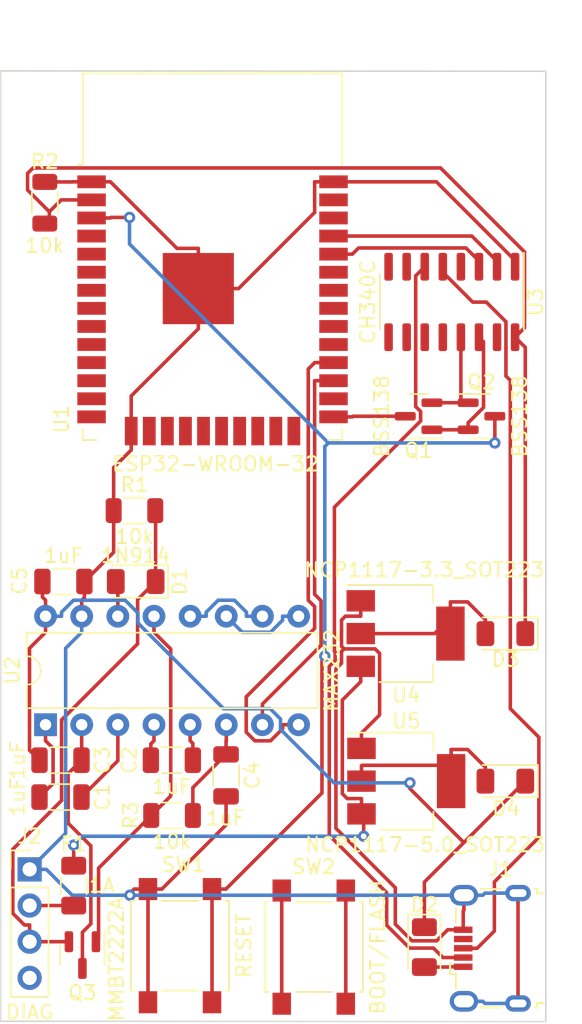
<source format=kicad_pcb>
(kicad_pcb (version 20211014) (generator pcbnew)
  (layers (0 "F.Cu" signal) (31 "B.Cu" signal) (34 "B.Paste" user) (35 "F.Paste" user) (36 "B.SilkS" user "B.Silkscreen") (37 "F.SilkS" user "F.Silkscreen") (38 "B.Mask" user) (39 "F.Mask" user) (44 "Edge.Cuts" user))
  (net 0 "")
  (net 29 "Net-(U1-Pad34)")
  (net 30 "Net-(C1-Pad1)")
  (net 31 "Net-(C1-Pad2)")
  (net 32 "Net-(C2-Pad1)")
  (net 33 "Net-(C2-Pad2)")
  (net 34 "Net-(C3-Pad2)")
  (net 35 "Net-(D2-Pad2)")
  (net 36 "Net-(D3-Pad2)")
  (net 37 "Net-(D4-Pad2)")
  (net 38 "GND")
  (net 39 "+3V3")
  (net 40 "Net-(U1-Pad27)")
  (net 41 "Net-(U1-Pad28)")
  (net 42 "Net-(J1-Pad2)")
  (net 43 "/Data")
  (net 44 "Net-(U2-Pad14)")
  (net 45 "+5V")
  (net 47 "Net-(J1-Pad3)")
  (net 48 "Net-(Q1-Pad1)")
  (net 56 "+12V")
  (net 59 "Net-(Q1-Pad2)")
  (net 60 "Net-(Q1-Pad3)")
  (net 61 "Net-(Q2-Pad3)")
  (net 62 "Net-(U2-Pad13)")
  (net 63 "Net-(U1-Pad35)")
  (net 64 "Net-(C4-Pad1)")
  (net 65 "Net-(U2-Pad11)")
  (net 66 "Net-(U2-Pad12)")
  (net 67 "unconnected-(SW2-Pad1)")
  (net 68 "Net-(F1-Pad2)")
  (net 69 "unconnected-(SW2-Pad2)")
  (footprint "Capacitor_SMD:C_1206_3216Metric" (layer "F.Cu") (at 145.8316 98.8342)
    (fp_text reference "C5" (at -3.0988 -0.0508 90) (layer "F.SilkS"))
    (fp_text value "1uF" (at 0 -1.8288) (layer "F.SilkS"))
    (pad "1" smd roundrect (at -1.475 0) (size 1.15 1.8) (layers "F.Cu" "F.Paste" "F.Mask") (roundrect_rratio 0.217391) (net 45 "+5V"))
    (pad "2" smd roundrect (at 1.475 0) (size 1.15 1.8) (layers "F.Cu" "F.Paste" "F.Mask") (roundrect_rratio 0.217391) (net 38 "GND"))
  )
  (footprint "Capacitor_SMD:C_1206_3216Metric" (layer "F.Cu") (at 157.2616 112.4486 -90)
    (fp_text reference "C4" (at 0 -1.85 90) (layer "F.SilkS"))
    (fp_text value "1uF" (at 2.9972 0.0508) (layer "F.SilkS"))
    (pad "1" smd roundrect (at -1.475 0 270) (size 1.15 1.8) (layers "F.Cu" "F.Paste" "F.Mask") (roundrect_rratio 0.217391) (net 64 "Net-(C4-Pad1)"))
    (pad "2" smd roundrect (at 1.475 0 270) (size 1.15 1.8) (layers "F.Cu" "F.Paste" "F.Mask") (roundrect_rratio 0.217391) (net 38 "GND"))
  )
  (footprint "Button_Switch_SMD:SW_SPST_B3S-1000" (layer "F.Cu") (at 154.0256 124.4092 90)
    (fp_text reference "SW1" (at 5.6896 0.254 180) (layer "F.SilkS"))
    (fp_text value "RESET" (at 0 4.5 90) (layer "F.SilkS"))
    (pad "1" smd rect (at 3.975 -2.25 90) (size 1.55 1.3) (layers "F.Cu" "F.Paste" "F.Mask") (net 38 "GND"))
    (pad "1" smd rect (at -3.975 -2.25 90) (size 1.55 1.3) (layers "F.Cu" "F.Paste" "F.Mask") (net 38 "GND"))
    (pad "2" smd rect (at 3.975 2.25 90) (size 1.55 1.3) (layers "F.Cu" "F.Paste" "F.Mask") (net 61 "Net-(Q2-Pad3)"))
    (pad "2" smd rect (at -3.975 2.25 90) (size 1.55 1.3) (layers "F.Cu" "F.Paste" "F.Mask") (net 61 "Net-(Q2-Pad3)"))
  )
  (footprint "Package_TO_SOT_SMD:SOT-223-3_TabPin2" (layer "F.Cu") (at 169.8752 102.489)
    (fp_text reference "U4" (at 0.0508 4.318 180) (layer "F.SilkS"))
    (fp_text value "NCP1117-3.3_SOT223" (at 1.3208 -4.4704) (layer "F.SilkS"))
    (pad "1" smd rect (at -3.15 -2.3) (size 2 1.5) (layers "F.Cu" "F.Paste" "F.Mask") (net 38 "GND"))
    (pad "2" smd rect (at -3.15 0) (size 2 1.5) (layers "F.Cu" "F.Paste" "F.Mask") (net 36 "Net-(D3-Pad2)"))
    (pad "2" smd rect (at 3.15 0) (size 2 3.8) (layers "F.Cu" "F.Paste" "F.Mask") (net 36 "Net-(D3-Pad2)"))
    (pad "3" smd rect (at -3.15 2.3) (size 2 1.5) (layers "F.Cu" "F.Paste" "F.Mask") (net 56 "+12V"))
  )
  (footprint "Capacitor_SMD:C_1206_3216Metric" (layer "F.Cu") (at 145.6284 113.9726)
    (fp_text reference "C1" (at 2.9464 0 90) (layer "F.SilkS"))
    (fp_text value "1uF" (at -2.9972 0 90) (layer "F.SilkS"))
    (pad "1" smd roundrect (at -1.475 0) (size 1.15 1.8) (layers "F.Cu" "F.Paste" "F.Mask") (roundrect_rratio 0.217391) (net 30 "Net-(C1-Pad1)"))
    (pad "2" smd roundrect (at 1.475 0) (size 1.15 1.8) (layers "F.Cu" "F.Paste" "F.Mask") (roundrect_rratio 0.217391) (net 31 "Net-(C1-Pad2)"))
  )
  (footprint "Button_Switch_SMD:SW_SPST_B3S-1000" (layer "F.Cu") (at 163.4236 124.5108 90)
    (fp_text reference "SW2" (at 5.6388 0 180) (layer "F.SilkS"))
    (fp_text value "BOOT/FLASH" (at 0 4.5 90) (layer "F.SilkS"))
    (pad "1" smd rect (at 3.975 -2.25 90) (size 1.55 1.3) (layers "F.Cu" "F.Paste" "F.Mask") (net 67 "unconnected-(SW2-Pad1)"))
    (pad "1" smd rect (at -3.975 -2.25 90) (size 1.55 1.3) (layers "F.Cu" "F.Paste" "F.Mask") (net 67 "unconnected-(SW2-Pad1)"))
    (pad "2" smd rect (at -3.975 2.25 90) (size 1.55 1.3) (layers "F.Cu" "F.Paste" "F.Mask") (net 69 "unconnected-(SW2-Pad2)"))
    (pad "2" smd rect (at 3.975 2.25 90) (size 1.55 1.3) (layers "F.Cu" "F.Paste" "F.Mask") (net 69 "unconnected-(SW2-Pad2)"))
  )
  (footprint "Resistor_SMD:R_1206_3216Metric" (layer "F.Cu") (at 153.4668 115.2652)
    (fp_text reference "R3" (at -2.8956 0 90) (layer "F.SilkS"))
    (fp_text value "10k" (at 0 1.8288) (layer "F.SilkS"))
    (pad "1" smd roundrect (at -1.4625 0) (size 1.125 1.75) (layers "F.Cu" "F.Paste" "F.Mask") (roundrect_rratio 0.222222) (net 62 "Net-(U2-Pad13)"))
    (pad "2" smd roundrect (at 1.4625 0) (size 1.125 1.75) (layers "F.Cu" "F.Paste" "F.Mask") (roundrect_rratio 0.222222) (net 64 "Net-(C4-Pad1)"))
  )
  (footprint "Diode_SMD:D_1206_3216Metric" (layer "F.Cu") (at 176.8856 102.489 180)
    (fp_text reference "D3" (at 0 -1.82) (layer "F.SilkS"))
    (fp_text value "1N914")
    (pad "1" smd roundrect (at -1.4 0 180) (size 1.25 1.75) (layers "F.Cu" "F.Paste" "F.Mask") (roundrect_rratio 0.2) (net 39 "+3V3"))
    (pad "2" smd roundrect (at 1.4 0 180) (size 1.25 1.75) (layers "F.Cu" "F.Paste" "F.Mask") (roundrect_rratio 0.2) (net 36 "Net-(D3-Pad2)"))
  )
  (footprint "RF_Module:ESP32-WROOM-32" (layer "F.Cu") (at 156.3116 79.0116)
    (fp_text reference "U1" (at -10.61 8.43 90) (layer "F.SilkS"))
    (fp_text value "ESP32-WROOM-32" (at 0.2032 11.5648 180) (layer "F.SilkS"))
    (pad "1" smd rect (at -8.5 -8.255) (size 2 0.9) (layers "F.Cu" "F.Paste" "F.Mask") (net 38 "GND"))
    (pad "2" smd rect (at -8.5 -6.985) (size 2 0.9) (layers "F.Cu" "F.Paste" "F.Mask") (net 39 "+3V3"))
    (pad "3" smd rect (at -8.5 -5.715) (size 2 0.9) (layers "F.Cu" "F.Paste" "F.Mask") (net 61 "Net-(Q2-Pad3)"))
    (pad "4" smd rect (at -8.5 -4.445) (size 2 0.9) (layers "F.Cu" "F.Paste" "F.Mask"))
    (pad "5" smd rect (at -8.5 -3.175) (size 2 0.9) (layers "F.Cu" "F.Paste" "F.Mask"))
    (pad "6" smd rect (at -8.5 -1.905) (size 2 0.9) (layers "F.Cu" "F.Paste" "F.Mask"))
    (pad "7" smd rect (at -8.5 -0.635) (size 2 0.9) (layers "F.Cu" "F.Paste" "F.Mask"))
    (pad "8" smd rect (at -8.5 0.635) (size 2 0.9) (layers "F.Cu" "F.Paste" "F.Mask"))
    (pad "9" smd rect (at -8.5 1.905) (size 2 0.9) (layers "F.Cu" "F.Paste" "F.Mask"))
    (pad "10" smd rect (at -8.5 3.175) (size 2 0.9) (layers "F.Cu" "F.Paste" "F.Mask"))
    (pad "11" smd rect (at -8.5 4.445) (size 2 0.9) (layers "F.Cu" "F.Paste" "F.Mask"))
    (pad "12" smd rect (at -8.5 5.715) (size 2 0.9) (layers "F.Cu" "F.Paste" "F.Mask"))
    (pad "13" smd rect (at -8.5 6.985) (size 2 0.9) (layers "F.Cu" "F.Paste" "F.Mask"))
    (pad "14" smd rect (at -8.5 8.255) (size 2 0.9) (layers "F.Cu" "F.Paste" "F.Mask"))
    (pad "15" smd rect (at -5.715 9.255 90) (size 2 0.9) (layers "F.Cu" "F.Paste" "F.Mask") (net 38 "GND"))
    (pad "16" smd rect (at -4.445 9.255 90) (size 2 0.9) (layers "F.Cu" "F.Paste" "F.Mask"))
    (pad "17" smd rect (at -3.175 9.255 90) (size 2 0.9) (layers "F.Cu" "F.Paste" "F.Mask"))
    (pad "18" smd rect (at -1.905 9.255 90) (size 2 0.9) (layers "F.Cu" "F.Paste" "F.Mask"))
    (pad "19" smd rect (at -0.635 9.255 90) (size 2 0.9) (layers "F.Cu" "F.Paste" "F.Mask"))
    (pad "20" smd rect (at 0.635 9.255 90) (size 2 0.9) (layers "F.Cu" "F.Paste" "F.Mask"))
    (pad "21" smd rect (at 1.905 9.255 90) (size 2 0.9) (layers "F.Cu" "F.Paste" "F.Mask"))
    (pad "22" smd rect (at 3.175 9.255 90) (size 2 0.9) (layers "F.Cu" "F.Paste" "F.Mask"))
    (pad "23" smd rect (at 4.445 9.255 90) (size 2 0.9) (layers "F.Cu" "F.Paste" "F.Mask"))
    (pad "24" smd rect (at 5.715 9.255 90) (size 2 0.9) (layers "F.Cu" "F.Paste" "F.Mask"))
    (pad "25" smd rect (at 8.5 8.255) (size 2 0.9) (layers "F.Cu" "F.Paste" "F.Mask") (net 60 "Net-(Q1-Pad3)"))
    (pad "26" smd rect (at 8.5 6.985) (size 2 0.9) (layers "F.Cu" "F.Paste" "F.Mask"))
    (pad "27" smd rect (at 8.5 5.715) (size 2 0.9) (layers "F.Cu" "F.Paste" "F.Mask") (net 40 "Net-(U1-Pad27)"))
    (pad "28" smd rect (at 8.5 4.445) (size 2 0.9) (layers "F.Cu" "F.Paste" "F.Mask") (net 41 "Net-(U1-Pad28)"))
    (pad "29" smd rect (at 8.5 3.175) (size 2 0.9) (layers "F.Cu" "F.Paste" "F.Mask"))
    (pad "30" smd rect (at 8.5 1.905) (size 2 0.9) (layers "F.Cu" "F.Paste" "F.Mask"))
    (pad "31" smd rect (at 8.5 0.635) (size 2 0.9) (layers "F.Cu" "F.Paste" "F.Mask"))
    (pad "32" smd rect (at 8.5 -0.635) (size 2 0.9) (layers "F.Cu" "F.Paste" "F.Mask"))
    (pad "33" smd rect (at 8.5 -1.905) (size 2 0.9) (layers "F.Cu" "F.Paste" "F.Mask"))
    (pad "34" smd rect (at 8.5 -3.175) (size 2 0.9) (layers "F.Cu" "F.Paste" "F.Mask") (net 29 "Net-(U1-Pad34)"))
    (pad "35" smd rect (at 8.5 -4.445) (size 2 0.9) (layers "F.Cu" "F.Paste" "F.Mask") (net 63 "Net-(U1-Pad35)"))
    (pad "36" smd rect (at 8.5 -5.715) (size 2 0.9) (layers "F.Cu" "F.Paste" "F.Mask"))
    (pad "37" smd rect (at 8.5 -6.985) (size 2 0.9) (layers "F.Cu" "F.Paste" "F.Mask"))
    (pad "38" smd rect (at 8.5 -8.255) (size 2 0.9) (layers "F.Cu" "F.Paste" "F.Mask") (net 38 "GND"))
    (pad "39" smd rect (at -1 -0.755) (size 5 5) (layers "F.Cu" "F.Paste" "F.Mask") (net 38 "GND"))
  )
  (footprint "Fuse:Fuse_1206_3216Metric" (layer "F.Cu") (at 146.558 120.1928 -90)
    (fp_text reference "F1" (at -2.918 0 180) (layer "F.SilkS"))
    (fp_text value "1A" (at -0.0224 -1.9812 180) (layer "F.SilkS"))
    (pad "1" smd roundrect (at -1.4 0 270) (size 1.25 1.75) (layers "F.Cu" "F.Paste" "F.Mask") (roundrect_rratio 0.2) (net 56 "+12V"))
    (pad "2" smd roundrect (at 1.4 0 270) (size 1.25 1.75) (layers "F.Cu" "F.Paste" "F.Mask") (roundrect_rratio 0.2) (net 68 "Net-(F1-Pad2)"))
  )
  (footprint "Capacitor_SMD:C_1206_3216Metric" (layer "F.Cu") (at 153.4516 111.3818)
    (fp_text reference "C2" (at -2.9972 0 90) (layer "F.SilkS"))
    (fp_text value "1uF" (at 0 1.85) (layer "F.SilkS"))
    (pad "1" smd roundrect (at -1.475 0) (size 1.15 1.8) (layers "F.Cu" "F.Paste" "F.Mask") (roundrect_rratio 0.217391) (net 32 "Net-(C2-Pad1)"))
    (pad "2" smd roundrect (at 1.475 0) (size 1.15 1.8) (layers "F.Cu" "F.Paste" "F.Mask") (roundrect_rratio 0.217391) (net 33 "Net-(C2-Pad2)"))
  )
  (footprint "Resistor_SMD:R_1206_3216Metric" (layer "F.Cu") (at 144.526 72.2269 90)
    (fp_text reference "R2" (at 2.8956 0 180) (layer "F.SilkS"))
    (fp_text value "10k" (at -2.9972 0 180) (layer "F.SilkS"))
    (pad "1" smd roundrect (at -1.4625 0 90) (size 1.125 1.75) (layers "F.Cu" "F.Paste" "F.Mask") (roundrect_rratio 0.222222) (net 39 "+3V3"))
    (pad "2" smd roundrect (at 1.4625 0 90) (size 1.125 1.75) (layers "F.Cu" "F.Paste" "F.Mask") (roundrect_rratio 0.222222) (net 38 "GND"))
  )
  (footprint "Resistor_SMD:R_1206_3216Metric" (layer "F.Cu") (at 150.8252 93.853)
    (fp_text reference "R1" (at 0 -1.82) (layer "F.SilkS"))
    (fp_text value "10k" (at 0 1.82) (layer "F.SilkS"))
    (pad "1" smd roundrect (at -1.4625 0) (size 1.125 1.75) (layers "F.Cu" "F.Paste" "F.Mask") (roundrect_rratio 0.222222) (net 38 "GND"))
    (pad "2" smd roundrect (at 1.4625 0) (size 1.125 1.75) (layers "F.Cu" "F.Paste" "F.Mask") (roundrect_rratio 0.222222) (net 43 "/Data"))
  )
  (footprint "Diode_SMD:D_1206_3216Metric" (layer "F.Cu") (at 171.196 124.5108 -90)
    (fp_text reference "D2" (at -2.9718 0 180) (layer "F.SilkS"))
    (fp_text value "1N914")
    (pad "1" smd roundrect (at -1.4 0 270) (size 1.25 1.75) (layers "F.Cu" "F.Paste" "F.Mask") (roundrect_rratio 0.2) (net 45 "+5V"))
    (pad "2" smd roundrect (at 1.4 0 270) (size 1.25 1.75) (layers "F.Cu" "F.Paste" "F.Mask") (roundrect_rratio 0.2) (net 35 "Net-(D2-Pad2)"))
  )
  (footprint "Package_DIP:DIP-16_W7.62mm" (layer "F.Cu") (at 144.5768 108.8898 90)
    (fp_text reference "U2" (at 3.81 -2.33 90) (layer "F.SilkS"))
    (fp_text value "MAX232" (at 3.81 20.11 90) (layer "F.SilkS"))
    (pad "1" thru_hole rect (at 0 0 90) (size 1.6 1.6) (drill 0.8) (layers *.Cu *.Mask) (net 30 "Net-(C1-Pad1)"))
    (pad "2" thru_hole oval (at 0 2.54 90) (size 1.6 1.6) (drill 0.8) (layers *.Cu *.Mask) (net 34 "Net-(C3-Pad2)"))
    (pad "3" thru_hole oval (at 0 5.08 90) (size 1.6 1.6) (drill 0.8) (layers *.Cu *.Mask) (net 31 "Net-(C1-Pad2)"))
    (pad "4" thru_hole oval (at 0 7.62 90) (size 1.6 1.6) (drill 0.8) (layers *.Cu *.Mask) (net 32 "Net-(C2-Pad1)"))
    (pad "5" thru_hole oval (at 0 10.16 90) (size 1.6 1.6) (drill 0.8) (layers *.Cu *.Mask) (net 33 "Net-(C2-Pad2)"))
    (pad "6" thru_hole oval (at 0 12.7 90) (size 1.6 1.6) (drill 0.8) (layers *.Cu *.Mask) (net 64 "Net-(C4-Pad1)"))
    (pad "7" thru_hole oval (at 0 15.24 90) (size 1.6 1.6) (drill 0.8) (layers *.Cu *.Mask) (net 40 "Net-(U1-Pad27)"))
    (pad "8" thru_hole oval (at 0 17.78 90) (size 1.6 1.6) (drill 0.8) (layers *.Cu *.Mask) (net 41 "Net-(U1-Pad28)"))
    (pad "9" thru_hole oval (at 7.62 17.78 90) (size 1.6 1.6) (drill 0.8) (layers *.Cu *.Mask) (net 65 "Net-(U2-Pad11)"))
    (pad "10" thru_hole oval (at 7.62 15.24 90) (size 1.6 1.6) (drill 0.8) (layers *.Cu *.Mask) (net 66 "Net-(U2-Pad12)"))
    (pad "11" thru_hole oval (at 7.62 12.7 90) (size 1.6 1.6) (drill 0.8) (layers *.Cu *.Mask) (net 65 "Net-(U2-Pad11)"))
    (pad "12" thru_hole oval (at 7.62 10.16 90) (size 1.6 1.6) (drill 0.8) (layers *.Cu *.Mask) (net 66 "Net-(U2-Pad12)"))
    (pad "13" thru_hole oval (at 7.62 7.62 90) (size 1.6 1.6) (drill 0.8) (layers *.Cu *.Mask) (net 62 "Net-(U2-Pad13)"))
    (pad "14" thru_hole oval (at 7.62 5.08 90) (size 1.6 1.6) (drill 0.8) (layers *.Cu *.Mask) (net 44 "Net-(U2-Pad14)"))
    (pad "15" thru_hole oval (at 7.62 2.54 90) (size 1.6 1.6) (drill 0.8) (layers *.Cu *.Mask) (net 38 "GND"))
    (pad "16" thru_hole oval (at 7.62 0 90) (size 1.6 1.6) (drill 0.8) (layers *.Cu *.Mask) (net 45 "+5V"))
  )
  (footprint "Connector_USB:USB_Micro-B_Wuerth_629105150521" (layer "F.Cu") (at 175.8258 124.592 90)
    (fp_text reference "J1" (at 5.5676 0.7042 180) (layer "F.SilkS"))
    (fp_text value "USB_B_Micro")
    (pad "" np_thru_hole oval (at -2.5 -0.8 90) (size 0.8 0.8) (drill 0.8) (layers *.Cu *.Mask))
    (pad "" np_thru_hole oval (at 2.5 -0.8 90) (size 0.8 0.8) (drill 0.8) (layers *.Cu *.Mask))
    (pad "1" smd rect (at -1.3 -1.9 90) (size 0.45 1.3) (layers "F.Cu" "F.Paste" "F.Mask") (net 35 "Net-(D2-Pad2)"))
    (pad "2" smd rect (at -0.65 -1.9 90) (size 0.45 1.3) (layers "F.Cu" "F.Paste" "F.Mask") (net 42 "Net-(J1-Pad2)"))
    (pad "3" smd rect (at 0 -1.9 90) (size 0.45 1.3) (layers "F.Cu" "F.Paste" "F.Mask") (net 47 "Net-(J1-Pad3)"))
    (pad "4" smd rect (at 0.65 -1.9 90) (size 0.45 1.3) (layers "F.Cu" "F.Paste" "F.Mask"))
    (pad "5" smd rect (at 1.3 -1.9 90) (size 0.45 1.3) (layers "F.Cu" "F.Paste" "F.Mask") (net 38 "GND"))
    (pad "6" thru_hole oval (at -3.725 -1.85 90) (size 1.45 2) (drill oval 0.85 1.4) (layers *.Cu *.Mask) (net 38 "GND"))
    (pad "6" thru_hole oval (at -3.875 1.95 90) (size 1.15 1.8) (drill oval 0.55 1.2) (layers *.Cu *.Mask) (net 38 "GND"))
    (pad "6" thru_hole oval (at 3.725 -1.85 90) (size 1.45 2) (drill oval 0.85 1.4) (layers *.Cu *.Mask) (net 38 "GND"))
    (pad "6" thru_hole oval (at 3.875 1.95 90) (size 1.15 1.8) (drill oval 0.55 1.2) (layers *.Cu *.Mask) (net 38 "GND"))
  )
  (footprint "Package_SO:SOIC-16_3.9x9.9mm_P1.27mm" (layer "F.Cu") (at 173.1264 79.1972 -90)
    (fp_text reference "U3" (at 0 -5.9 90) (layer "F.SilkS"))
    (fp_text value "CH340C" (at 0 5.9 90) (layer "F.SilkS"))
    (pad "1" smd roundrect (at -2.475 -4.445 270) (size 1.95 0.6) (layers "F.Cu" "F.Paste" "F.Mask") (net 38 "GND"))
    (pad "2" smd roundrect (at -2.475 -3.175 270) (size 1.95 0.6) (layers "F.Cu" "F.Paste" "F.Mask") (net 63 "Net-(U1-Pad35)"))
    (pad "3" smd roundrect (at -2.475 -1.905 270) (size 1.95 0.6) (layers "F.Cu" "F.Paste" "F.Mask") (net 29 "Net-(U1-Pad34)"))
    (pad "4" smd roundrect (at -2.475 -0.635 270) (size 1.95 0.6) (layers "F.Cu" "F.Paste" "F.Mask"))
    (pad "5" smd roundrect (at -2.475 0.635 270) (size 1.95 0.6) (layers "F.Cu" "F.Paste" "F.Mask") (net 47 "Net-(J1-Pad3)"))
    (pad "6" smd roundrect (at -2.475 1.905 270) (size 1.95 0.6) (layers "F.Cu" "F.Paste" "F.Mask") (net 42 "Net-(J1-Pad2)"))
    (pad "7" smd roundrect (at -2.475 3.175 270) (size 1.95 0.6) (layers "F.Cu" "F.Paste" "F.Mask"))
    (pad "8" smd roundrect (at -2.475 4.445 270) (size 1.95 0.6) (layers "F.Cu" "F.Paste" "F.Mask"))
    (pad "9" smd roundrect (at 2.475 4.445 270) (size 1.95 0.6) (layers "F.Cu" "F.Paste" "F.Mask"))
    (pad "10" smd roundrect (at 2.475 3.175 270) (size 1.95 0.6) (layers "F.Cu" "F.Paste" "F.Mask"))
    (pad "11" smd roundrect (at 2.475 1.905 270) (size 1.95 0.6) (layers "F.Cu" "F.Paste" "F.Mask"))
    (pad "12" smd roundrect (at 2.475 0.635 270) (size 1.95 0.6) (layers "F.Cu" "F.Paste" "F.Mask"))
    (pad "13" smd roundrect (at 2.475 -0.635 270) (size 1.95 0.6) (layers "F.Cu" "F.Paste" "F.Mask") (net 59 "Net-(Q1-Pad2)"))
    (pad "14" smd roundrect (at 2.475 -1.905 270) (size 1.95 0.6) (layers "F.Cu" "F.Paste" "F.Mask") (net 48 "Net-(Q1-Pad1)"))
    (pad "15" smd roundrect (at 2.475 -3.175 270) (size 1.95 0.6) (layers "F.Cu" "F.Paste" "F.Mask"))
    (pad "16" smd roundrect (at 2.475 -4.445 270) (size 1.95 0.6) (layers "F.Cu" "F.Paste" "F.Mask") (net 39 "+3V3"))
  )
  (footprint "Connector_PinHeader_2.54mm:PinHeader_1x04_P2.54mm_Vertical" (layer "F.Cu") (at 143.4592 119.0498)
    (fp_text reference "J2" (at 0 -2.33) (layer "F.SilkS"))
    (fp_text value "DIAG" (at 0 10.033 180) (layer "F.SilkS"))
    (pad "1" thru_hole rect (at 0 0) (size 1.7 1.7) (drill 1) (layers *.Cu *.Mask) (net 38 "GND"))
    (pad "2" thru_hole oval (at 0 2.54) (size 1.7 1.7) (drill 1) (layers *.Cu *.Mask) (net 68 "Net-(F1-Pad2)"))
    (pad "3" thru_hole oval (at 0 5.08) (size 1.7 1.7) (drill 1) (layers *.Cu *.Mask) (net 43 "/Data"))
    (pad "4" thru_hole oval (at 0 7.62) (size 1.7 1.7) (drill 1) (layers *.Cu *.Mask))
  )
  (footprint "Package_TO_SOT_SMD:SOT-23" (layer "F.Cu") (at 147.1676 125.0696 -90)
    (fp_text reference "Q3" (at 2.6416 0 180) (layer "F.SilkS"))
    (fp_text value "MMBT2222A" (at 0.3048 -2.3876 -90) (layer "F.SilkS"))
    (pad "1" smd roundrect (at -0.9375 -0.95 270) (size 1.475 0.6) (layers "F.Cu" "F.Paste" "F.Mask") (net 62 "Net-(U2-Pad13)"))
    (pad "2" smd roundrect (at -0.9375 0.95 270) (size 1.475 0.6) (layers "F.Cu" "F.Paste" "F.Mask") (net 43 "/Data"))
    (pad "3" smd roundrect (at 0.9375 0 270) (size 1.475 0.6) (layers "F.Cu" "F.Paste" "F.Mask") (net 34 "Net-(C3-Pad2)"))
  )
  (footprint "Capacitor_SMD:C_1206_3216Metric" (layer "F.Cu") (at 145.6284 111.3818)
    (fp_text reference "C3" (at 2.9464 0 90) (layer "F.SilkS"))
    (fp_text value "1uF" (at -2.9972 0 90) (layer "F.SilkS"))
    (pad "1" smd roundrect (at -1.475 0) (size 1.15 1.8) (layers "F.Cu" "F.Paste" "F.Mask") (roundrect_rratio 0.217391) (net 45 "+5V"))
    (pad "2" smd roundrect (at 1.475 0) (size 1.15 1.8) (layers "F.Cu" "F.Paste" "F.Mask") (roundrect_rratio 0.217391) (net 34 "Net-(C3-Pad2)"))
  )
  (footprint "Diode_SMD:D_1206_3216Metric" (layer "F.Cu") (at 176.8856 112.8522 180)
    (fp_text reference "D4" (at -0.0508 -1.9304) (layer "F.SilkS"))
    (fp_text value "1N914")
    (pad "1" smd roundrect (at -1.4 0 180) (size 1.25 1.75) (layers "F.Cu" "F.Paste" "F.Mask") (roundrect_rratio 0.2) (net 45 "+5V"))
    (pad "2" smd roundrect (at 1.4 0 180) (size 1.25 1.75) (layers "F.Cu" "F.Paste" "F.Mask") (roundrect_rratio 0.2) (net 37 "Net-(D4-Pad2)"))
  )
  (footprint "Diode_SMD:D_1206_3216Metric" (layer "F.Cu") (at 150.9116 98.8342 180)
    (fp_text reference "D1" (at -3.0632 0.0028 90) (layer "F.SilkS"))
    (fp_text value "1N914" (at 0 1.82) (layer "F.SilkS"))
    (pad "1" smd roundrect (at -1.4 0 180) (size 1.25 1.75) (layers "F.Cu" "F.Paste" "F.Mask") (roundrect_rratio 0.2) (net 43 "/Data"))
    (pad "2" smd roundrect (at 1.4 0 180) (size 1.25 1.75) (layers "F.Cu" "F.Paste" "F.Mask") (roundrect_rratio 0.2) (net 44 "Net-(U2-Pad14)"))
  )
  (footprint "Package_TO_SOT_SMD:SOT-23" (layer "F.Cu") (at 175.2092 87.2236)
    (fp_text reference "Q2" (at 0 -2.4) (layer "F.SilkS"))
    (fp_text value "BSS138" (at 2.6924 0 90) (layer "F.SilkS"))
    (pad "1" smd roundrect (at -0.9375 -0.95) (size 1.475 0.6) (layers "F.Cu" "F.Paste" "F.Mask") (net 59 "Net-(Q1-Pad2)"))
    (pad "2" smd roundrect (at -0.9375 0.95) (size 1.475 0.6) (layers "F.Cu" "F.Paste" "F.Mask") (net 48 "Net-(Q1-Pad1)"))
    (pad "3" smd roundrect (at 0.9375 0) (size 1.475 0.6) (layers "F.Cu" "F.Paste" "F.Mask") (net 61 "Net-(Q2-Pad3)"))
  )
  (footprint "Package_TO_SOT_SMD:SOT-223-3_TabPin2" (layer "F.Cu") (at 169.926 112.8522)
    (fp_text reference "U5" (at 0 -4.2164) (layer "F.SilkS"))
    (fp_text value "NCP1117-5.0_SOT223" (at 1.3208 4.4704) (layer "F.SilkS"))
    (pad "1" smd rect (at -3.15 -2.3) (size 2 1.5) (layers "F.Cu" "F.Paste" "F.Mask") (net 38 "GND"))
    (pad "2" smd rect (at -3.15 0) (size 2 1.5) (layers "F.Cu" "F.Paste" "F.Mask") (net 37 "Net-(D4-Pad2)"))
    (pad "2" smd rect (at 3.15 0) (size 2 3.8) (layers "F.Cu" "F.Paste" "F.Mask") (net 37 "Net-(D4-Pad2)"))
    (pad "3" smd rect (at -3.15 2.3) (size 2 1.5) (layers "F.Cu" "F.Paste" "F.Mask") (net 56 "+12V"))
  )
  (footprint "Package_TO_SOT_SMD:SOT-23" (layer "F.Cu") (at 170.7896 87.2236 180)
    (fp_text reference "Q1" (at 0 -2.4) (layer "F.SilkS"))
    (fp_text value "BSS138" (at 2.5908 0 90) (layer "F.SilkS"))
    (pad "1" smd roundrect (at -0.9375 -0.95 180) (size 1.475 0.6) (layers "F.Cu" "F.Paste" "F.Mask") (net 48 "Net-(Q1-Pad1)"))
    (pad "2" smd roundrect (at -0.9375 0.95 180) (size 1.475 0.6) (layers "F.Cu" "F.Paste" "F.Mask") (net 59 "Net-(Q1-Pad2)"))
    (pad "3" smd roundrect (at 0.9375 0 180) (size 1.475 0.6) (layers "F.Cu" "F.Paste" "F.Mask") (net 60 "Net-(Q1-Pad3)"))
  )
  (gr_line (start 141.4272 62.9666) (end 179.7304 62.992) (layer "Edge.Cuts") (width 0.1))
  (gr_line (start 179.7304 62.992) (end 179.7304 129.7432) (layer "Edge.Cuts") (width 0.1))
  (gr_line (start 141.4272 129.7178) (end 141.4272 62.9666) (layer "Edge.Cuts") (width 0.1))
  (gr_line (start 179.7304 129.7432) (end 141.4272 129.7178) (layer "Edge.Cuts") (width 0.1))
  (segment (start 164.8116 75.8366) (end 166.1369 75.8366) (width 0.25) (layer "F.Cu") (net 29))
  (segment (start 175.0314 76.3155) (end 174.1197 75.4038) (width 0.25) (layer "F.Cu") (net 29))
  (segment (start 174.1197 75.4038) (end 166.5697 75.4038) (width 0.25) (layer "F.Cu") (net 29))
  (segment (start 166.5697 75.4038) (end 166.1369 75.8366) (width 0.25) (layer "F.Cu") (net 29))
  (segment (start 145.1061 113.0199) (end 144.1534 113.9726) (width 0.25) (layer "F.Cu") (net 30))
  (segment (start 145.1061 110.5444) (end 145.1061 113.0199) (width 0.25) (layer "F.Cu") (net 30))
  (segment (start 144.5768 108.8898) (end 144.5768 110.0151) (width 0.25) (layer "F.Cu") (net 30))
  (segment (start 144.5768 110.0151) (end 145.1061 110.5444) (width 0.25) (layer "F.Cu") (net 30))
  (segment (start 149.6568 108.8898) (end 149.6568 111.4192) (width 0.25) (layer "F.Cu") (net 31))
  (segment (start 149.6568 111.4192) (end 147.1034 113.9726) (width 0.25) (layer "F.Cu") (net 31))
  (segment (start 152.1968 110.0151) (end 151.9766 110.2353) (width 0.25) (layer "F.Cu") (net 32))
  (segment (start 151.9766 110.2353) (end 151.9766 111.3818) (width 0.25) (layer "F.Cu") (net 32))
  (segment (start 152.1968 108.8898) (end 152.1968 110.0151) (width 0.25) (layer "F.Cu") (net 32))
  (segment (start 154.7368 108.8898) (end 154.7368 110.0151) (width 0.25) (layer "F.Cu") (net 33))
  (segment (start 154.7368 110.0151) (end 154.9266 110.2049) (width 0.25) (layer "F.Cu") (net 33))
  (segment (start 154.9266 110.2049) (end 154.9266 111.3818) (width 0.25) (layer "F.Cu") (net 33))
  (segment (start 147.1676 126.0071) (end 147.1676 123.4697) (width 0.25) (layer "F.Cu") (net 34))
  (segment (start 147.1676 123.4697) (end 147.7613 122.876) (width 0.25) (layer "F.Cu") (net 34))
  (segment (start 147.1168 108.8898) (end 147.1168 111.3684) (width 0.25) (layer "F.Cu") (net 34))
  (segment (start 147.7613 122.876) (end 147.7613 117.4008) (width 0.25) (layer "F.Cu") (net 34))
  (segment (start 146.1654 115.8049) (end 146.1654 112.3198) (width 0.25) (layer "F.Cu") (net 34))
  (segment (start 147.7613 117.4008) (end 146.1654 115.8049) (width 0.25) (layer "F.Cu") (net 34))
  (segment (start 146.1654 112.3198) (end 147.1034 111.3818) (width 0.25) (layer "F.Cu") (net 34))
  (segment (start 172.9317 125.9108) (end 171.196 125.9108) (width 0.25) (layer "F.Cu") (net 35))
  (segment (start 172.9505 125.892) (end 172.9317 125.9108) (width 0.25) (layer "F.Cu") (net 35))
  (segment (start 173.9258 125.892) (end 172.9505 125.892) (width 0.25) (layer "F.Cu") (net 35))
  (segment (start 175.4856 102.489) (end 175.4856 101.5154) (width 0.25) (layer "F.Cu") (net 36))
  (segment (start 173.0252 101.3763) (end 171.9125 102.489) (width 0.25) (layer "F.Cu") (net 36))
  (segment (start 171.9125 102.489) (end 166.7252 102.489) (width 0.25) (layer "F.Cu") (net 36))
  (segment (start 175.4856 101.5154) (end 174.2339 100.2637) (width 0.25) (layer "F.Cu") (net 36))
  (segment (start 173.0252 101.3763) (end 173.0252 100.2637) (width 0.25) (layer "F.Cu") (net 36))
  (segment (start 174.2339 100.2637) (end 173.0252 100.2637) (width 0.25) (layer "F.Cu") (net 36))
  (segment (start 166.776 112.8522) (end 166.776 111.7769) (width 0.25) (layer "F.Cu") (net 37))
  (segment (start 166.8134 111.7395) (end 166.776 111.7769) (width 0.25) (layer "F.Cu") (net 37))
  (segment (start 175.4856 111.8786) (end 175.4856 112.8522) (width 0.25) (layer "F.Cu") (net 37))
  (segment (start 173.076 111.7395) (end 166.8134 111.7395) (width 0.25) (layer "F.Cu") (net 37))
  (segment (start 174.2339 110.6269) (end 175.4856 111.8786) (width 0.25) (layer "F.Cu") (net 37))
  (segment (start 173.076 111.7395) (end 173.076 110.6269) (width 0.25) (layer "F.Cu") (net 37))
  (segment (start 173.076 110.6269) (end 174.2339 110.6269) (width 0.25) (layer "F.Cu") (net 37))
  (segment (start 177.7758 128.467) (end 177.7758 120.717) (width 0.25) (layer "F.Cu") (net 38))
  (segment (start 165.3743 101.5399) (end 165.3743 103.385) (width 0.25) (layer "F.Cu") (net 38))
  (segment (start 164.9803 104.965) (end 165.3755 104.5698) (width 0.25) (layer "F.Cu") (net 38))
  (segment (start 147.149 70.7566) (end 146.4863 70.7566) (width 0.25) (layer "F.Cu") (net 38))
  (segment (start 151.7756 120.4342) (end 152.7509 120.4342) (width 0.25) (layer "F.Cu") (net 38))
  (segment (start 172.058 124.0681) (end 170.3232 124.0681) (width 0.25) (layer "F.Cu") (net 38))
  (segment (start 163.4863 70.7566) (end 163.4863 72.9072) (width 0.25) (layer "F.Cu") (net 38))
  (segment (start 151.7756 128.3842) (end 151.7756 120.4342) (width 0.25) (layer "F.Cu") (net 38))
  (segment (start 168.0506 103.8822) (end 168.0506 108.2023) (width 0.25) (layer "F.Cu") (net 38))
  (segment (start 167.7328 103.5644) (end 168.0506 103.8822) (width 0.25) (layer "F.Cu") (net 38))
  (segment (start 149.1369 70.7566) (end 153.8116 75.4313) (width 0.25) (layer "F.Cu") (net 38))
  (segment (start 164.8116 70.7566) (end 172.0439 70.7566) (width 0.25) (layer "F.Cu") (net 38))
  (segment (start 149.3627 96.7781) (end 147.3066 98.8342) (width 0.25) (layer "F.Cu") (net 38))
  (segment (start 165.3743 103.385) (end 165.5537 103.5644) (width 0.25) (layer "F.Cu") (net 38))
  (segment (start 166.7252 100.189) (end 166.7252 101.2643) (width 0.25) (layer "F.Cu") (net 38))
  (segment (start 157.2616 115.9235) (end 152.7509 120.4342) (width 0.25) (layer "F.Cu") (net 38))
  (segment (start 165.3755 103.7426) (end 165.5537 103.5644) (width 0.25) (layer "F.Cu") (net 38))
  (segment (start 155.3116 78.2566) (end 155.3116 75.4313) (width 0.25) (layer "F.Cu") (net 38))
  (segment (start 149.3627 93.853) (end 149.3627 96.7781) (width 0.25) (layer "F.Cu") (net 38))
  (segment (start 147.1168 100.1445) (end 147.3066 99.9547) (width 0.25) (layer "F.Cu") (net 38))
  (segment (start 146.4785 70.7644) (end 146.4863 70.7566) (width 0.25) (layer "F.Cu") (net 38))
  (segment (start 155.3116 78.2566) (end 158.1369 78.2566) (width 0.25) (layer "F.Cu") (net 38))
  (segment (start 164.8116 70.7566) (end 163.4863 70.7566) (width 0.25) (layer "F.Cu") (net 38))
  (segment (start 164.9803 116.1628) (end 164.9803 104.965) (width 0.25) (layer "F.Cu") (net 38))
  (segment (start 173.9258 123.292) (end 172.8341 123.292) (width 0.25) (layer "F.Cu") (net 38))
  (segment (start 168.0506 108.2023) (end 166.776 109.4769) (width 0.25) (layer "F.Cu") (net 38))
  (segment (start 169.1528 122.8977) (end 169.1528 120.3353) (width 0.25) (layer "F.Cu") (net 38))
  (segment (start 144.526 70.7644) (end 146.4785 70.7644) (width 0.25) (layer "F.Cu") (net 38))
  (segment (start 155.3116 81.0819) (end 150.5966 85.7969) (width 0.25) (layer "F.Cu") (net 38))
  (segment (start 173.9258 121.9673) (end 173.9258 123.292) (width 0.25) (layer "F.Cu") (net 38))
  (segment (start 155.3116 78.2566) (end 155.3116 81.0819) (width 0.25) (layer "F.Cu") (net 38))
  (segment (start 151.7756 120.4342) (end 150.8003 120.4342) (width 0.25) (layer "F.Cu") (net 38))
  (segment (start 153.8116 75.4313) (end 155.3116 75.4313) (width 0.25) (layer "F.Cu") (net 38))
  (segment (start 173.9758 120.867) (end 173.9758 121.9173) (width 0.25) (layer "F.Cu") (net 38))
  (segment (start 150.5966 89.5919) (end 149.3627 90.8258) (width 0.25) (layer "F.Cu") (net 38))
  (segment (start 166.776 110.5522) (end 166.776 109.4769) (width 0.25) (layer "F.Cu") (net 38))
  (segment (start 165.3755 104.5698) (end 165.3755 103.7426) (width 0.25) (layer "F.Cu") (net 38))
  (segment (start 170.3232 124.0681) (end 169.1528 122.8977) (width 0.25) (layer "F.Cu") (net 38))
  (segment (start 163.4863 72.9072) (end 158.1369 78.2566) (width 0.25) (layer "F.Cu") (net 38))
  (segment (start 149.3627 90.8258) (end 149.3627 93.853) (width 0.25) (layer "F.Cu") (net 38))
  (segment (start 173.9758 121.9173) (end 173.9258 121.9673) (width 0.25) (layer "F.Cu") (net 38))
  (segment (start 165.5537 103.5644) (end 167.7328 103.5644) (width 0.25) (layer "F.Cu") (net 38))
  (segment (start 150.5966 88.2666) (end 150.5966 89.5919) (width 0.25) (layer "F.Cu") (net 38))
  (segment (start 166.7252 101.2643) (end 165.6499 101.2643) (width 0.25) (layer "F.Cu") (net 38))
  (segment (start 150.8003 120.4342) (end 150.5068 120.7277) (width 0.25) (layer "F.Cu") (net 38))
  (segment (start 147.8116 70.7566) (end 149.1369 70.7566) (width 0.25) (layer "F.Cu") (net 38))
  (segment (start 157.2616 113.9236) (end 157.2616 115.9235) (width 0.25) (layer "F.Cu") (net 38))
  (segment (start 147.1168 101.2698) (end 147.1168 100.1445) (width 0.25) (layer "F.Cu") (net 38))
  (segment (start 150.5068 120.7277) (end 150.5068 120.867) (width 0.25) (layer "F.Cu") (net 38))
  (segment (start 150.5966 85.7969) (end 150.5966 88.2666) (width 0.25) (layer "F.Cu") (net 38))
  (segment (start 169.1528 120.3353) (end 164.9803 116.1628) (width 0.25) (layer "F.Cu") (net 38))
  (segment (start 147.3066 99.9547) (end 147.3066 98.8342) (width 0.25) (layer "F.Cu") (net 38))
  (segment (start 172.8341 123.292) (end 172.058 124.0681) (width 0.25) (layer "F.Cu") (net 38))
  (segment (start 165.6499 101.2643) (end 165.3743 101.5399) (width 0.25) (layer "F.Cu") (net 38))
  (segment (start 172.0439 70.7566) (end 177.5714 76.2841) (width 0.25) (layer "F.Cu") (net 38))
  (via (at 150.5068 120.867) (size 0.8) (drill 0.4) (layers "F.Cu" "B.Cu") (net 38))
  (segment (start 143.8986 118.6061) (end 145.9915 116.5132) (width 0.25) (layer "B.Cu") (net 38))
  (segment (start 143.8986 119.0498) (end 144.6345 119.0498) (width 0.25) (layer "B.Cu") (net 38))
  (segment (start 175.4511 120.717) (end 177.7758 120.717) (width 0.25) (layer "B.Cu") (net 38))
  (segment (start 145.9915 103.5204) (end 147.1168 102.3951) (width 0.25) (layer "B.Cu") (net 38))
  (segment (start 175.3011 120.867) (end 175.4511 120.717) (width 0.25) (layer "B.Cu") (net 38))
  (segment (start 173.9758 120.867) (end 175.3011 120.867) (width 0.25) (layer "B.Cu") (net 38))
  (segment (start 146.4517 120.867) (end 144.6345 119.0498) (width 0.25) (layer "B.Cu") (net 38))
  (segment (start 173.9758 128.317) (end 175.3011 128.317) (width 0.25) (layer "B.Cu") (net 38))
  (segment (start 173.9758 120.867) (end 150.5068 120.867) (width 0.25) (layer "B.Cu") (net 38))
  (segment (start 145.9915 116.5132) (end 145.9915 103.5204) (width 0.25) (layer "B.Cu") (net 38))
  (segment (start 150.5068 120.867) (end 146.4517 120.867) (width 0.25) (layer "B.Cu") (net 38))
  (segment (start 175.4511 128.467) (end 175.3011 128.317) (width 0.25) (layer "B.Cu") (net 38))
  (segment (start 177.7758 128.467) (end 175.4511 128.467) (width 0.25) (layer "B.Cu") (net 38))
  (segment (start 147.1168 101.2698) (end 147.1168 102.3951) (width 0.25) (layer "B.Cu") (net 38))
  (segment (start 143.3145 70.1665) (end 143.6973 69.7837) (width 0.25) (layer "F.Cu") (net 39))
  (segment (start 144.8454 73.37) (end 144.8454 72.858) (width 0.25) (layer "F.Cu") (net 39))
  (segment (start 147.8116 72.0266) (end 145.6768 72.0266) (width 0.25) (layer "F.Cu") (net 39))
  (segment (start 172.3346 69.7837) (end 178.2356 75.6847) (width 0.25) (layer "F.Cu") (net 39))
  (segment (start 145.6768 72.0266) (end 144.8454 72.858) (width 0.25) (layer "F.Cu") (net 39))
  (segment (start 178.2356 75.6847) (end 178.2356 81.008) (width 0.25) (layer "F.Cu") (net 39))
  (segment (start 178.2856 102.489) (end 178.2856 82.3864) (width 0.25) (layer "F.Cu") (net 39))
  (segment (start 143.6973 69.7837) (end 172.3346 69.7837) (width 0.25) (layer "F.Cu") (net 39))
  (segment (start 143.3145 71.3271) (end 143.3145 70.1665) (width 0.25) (layer "F.Cu") (net 39))
  (segment (start 144.8454 72.858) (end 143.3145 71.3271) (width 0.25) (layer "F.Cu") (net 39))
  (segment (start 178.2856 82.3864) (end 177.5714 81.6722) (width 0.25) (layer "F.Cu") (net 39))
  (segment (start 178.2356 81.008) (end 177.5714 81.6722) (width 0.25) (layer "F.Cu") (net 39))
  (segment (start 163.9366 100.1829) (end 163.9366 103.3203) (width 0.25) (layer "F.Cu") (net 40))
  (segment (start 159.8168 108.8898) (end 159.8168 107.4401) (width 0.25) (layer "F.Cu") (net 40))
  (segment (start 163.9366 103.3203) (end 159.8168 107.4401) (width 0.25) (layer "F.Cu") (net 40))
  (segment (start 163.4863 99.7326) (end 163.9366 100.1829) (width 0.25) (layer "F.Cu") (net 40))
  (segment (start 163.4863 84.7266) (end 163.4863 99.7326) (width 0.25) (layer "F.Cu") (net 40))
  (segment (start 164.8116 84.7266) (end 163.4863 84.7266) (width 0.25) (layer "F.Cu") (net 40))
  (segment (start 164.8116 83.4566) (end 163.4863 83.4566) (width 0.25) (layer "F.Cu") (net 41))
  (segment (start 158.6779 106.9296) (end 163.4863 102.1212) (width 0.25) (layer "F.Cu") (net 41))
  (segment (start 163.0359 83.907) (end 163.4863 83.4566) (width 0.25) (layer "F.Cu") (net 41))
  (segment (start 163.4863 100.5948) (end 163.0359 100.1444) (width 0.25) (layer "F.Cu") (net 41))
  (segment (start 162.3568 108.8898) (end 161.2315 108.8898) (width 0.25) (layer "F.Cu") (net 41))
  (segment (start 158.6779 109.4135) (end 158.6779 106.9296) (width 0.25) (layer "F.Cu") (net 41))
  (segment (start 159.2846 110.0202) (end 158.6779 109.4135) (width 0.25) (layer "F.Cu") (net 41))
  (segment (start 163.0359 100.1444) (end 163.0359 83.907) (width 0.25) (layer "F.Cu") (net 41))
  (segment (start 161.2315 108.8898) (end 161.2315 109.1711) (width 0.25) (layer "F.Cu") (net 41))
  (segment (start 163.4863 102.1212) (end 163.4863 100.5948) (width 0.25) (layer "F.Cu") (net 41))
  (segment (start 161.2315 109.1711) (end 160.3824 110.0202) (width 0.25) (layer "F.Cu") (net 41))
  (segment (start 160.3824 110.0202) (end 159.2846 110.0202) (width 0.25) (layer "F.Cu") (net 41))
  (segment (start 170.5865 77.3571) (end 171.2214 76.7222) (width 0.25) (layer "F.Cu") (net 42))
  (segment (start 170.9323 87.5559) (end 170.9323 86.8913) (width 0.25) (layer "F.Cu") (net 42))
  (segment (start 168.5473 122.9736) (end 168.5473 120.6909) (width 0.25) (layer "F.Cu") (net 42))
  (segment (start 170.9323 86.8913) (end 170.5865 86.5455) (width 0.25) (layer "F.Cu") (net 42))
  (segment (start 164.5134 116.657) (end 164.5134 104.795) (width 0.25) (layer "F.Cu") (net 42))
  (segment (start 172.497 125.242) (end 171.8346 124.5796) (width 0.25) (layer "F.Cu") (net 42))
  (segment (start 170.1533 124.5796) (end 168.5473 122.9736) (width 0.25) (layer "F.Cu") (net 42))
  (segment (start 164.8737 93.6145) (end 170.9323 87.5559) (width 0.25) (layer "F.Cu") (net 42))
  (segment (start 168.5473 120.6909) (end 164.5134 116.657) (width 0.25) (layer "F.Cu") (net 42))
  (segment (start 164.5134 104.795) (end 164.9252 104.3832) (width 0.25) (layer "F.Cu") (net 42))
  (segment (start 170.5865 86.5455) (end 170.5865 77.3571) (width 0.25) (layer "F.Cu") (net 42))
  (segment (start 164.9252 103.7822) (end 164.8737 103.7307) (width 0.25) (layer "F.Cu") (net 42))
  (segment (start 171.8346 124.5796) (end 170.1533 124.5796) (width 0.25) (layer "F.Cu") (net 42))
  (segment (start 164.9252 104.3832) (end 164.9252 103.7822) (width 0.25) (layer "F.Cu") (net 42))
  (segment (start 164.8737 103.7307) (end 164.8737 93.6145) (width 0.25) (layer "F.Cu") (net 42))
  (segment (start 173.9258 125.242) (end 172.497 125.242) (width 0.25) (layer "F.Cu") (net 42))
  (segment (start 143.4592 122.9545) (end 143.0919 122.9545) (width 0.25) (layer "F.Cu") (net 43))
  (segment (start 152.3116 93.8769) (end 152.3116 98.8342) (width 0.25) (layer "F.Cu") (net 43))
  (segment (start 145.7022 108.5539) (end 151.047 103.2091) (width 0.25) (layer "F.Cu") (net 43))
  (segment (start 151.047 103.2091) (end 151.047 100.0988) (width 0.25) (layer "F.Cu") (net 43))
  (segment (start 151.047 100.0988) (end 152.3116 98.8342) (width 0.25) (layer "F.Cu") (net 43))
  (segment (start 142.2785 117.6375) (end 145.7022 114.2138) (width 0.25) (layer "F.Cu") (net 43))
  (segment (start 143.0919 122.9545) (end 142.2785 122.1411) (width 0.25) (layer "F.Cu") (net 43))
  (segment (start 146.2153 124.1298) (end 143.4592 124.1298) (width 0.25) (layer "F.Cu") (net 43))
  (segment (start 142.2785 122.1411) (end 142.2785 117.6375) (width 0.25) (layer "F.Cu") (net 43))
  (segment (start 145.7022 114.2138) (end 145.7022 108.5539) (width 0.25) (layer "F.Cu") (net 43))
  (segment (start 143.4592 124.1298) (end 143.4592 122.9545) (width 0.25) (layer "F.Cu") (net 43))
  (segment (start 149.6568 98.9794) (end 149.6568 101.2698) (width 0.25) (layer "F.Cu") (net 44))
  (segment (start 171.196 123.1108) (end 171.196 119.9418) (width 0.25) (layer "F.Cu") (net 45))
  (segment (start 143.4515 110.6799) (end 143.4515 103.5204) (width 0.25) (layer "F.Cu") (net 45))
  (segment (start 171.196 119.9418) (end 173.9687 117.1691) (width 0.25) (layer "F.Cu") (net 45))
  (segment (start 144.5768 100.1445) (end 144.3566 99.9243) (width 0.25) (layer "F.Cu") (net 45))
  (segment (start 143.4515 103.5204) (end 144.5768 102.3951) (width 0.25) (layer "F.Cu") (net 45))
  (segment (start 170.1776 113.378) (end 170.1776 112.9741) (width 0.25) (layer "F.Cu") (net 45))
  (segment (start 173.9687 117.1691) (end 178.2856 112.8522) (width 0.25) (layer "F.Cu") (net 45))
  (segment (start 173.9687 117.1691) (end 170.1776 113.378) (width 0.25) (layer "F.Cu") (net 45))
  (segment (start 144.5768 101.2698) (end 144.5768 102.3951) (width 0.25) (layer "F.Cu") (net 45))
  (segment (start 144.3566 99.9243) (end 144.3566 98.8342) (width 0.25) (layer "F.Cu") (net 45))
  (segment (start 144.1534 111.3818) (end 143.4515 110.6799) (width 0.25) (layer "F.Cu") (net 45))
  (segment (start 144.5768 101.2698) (end 144.5768 100.1445) (width 0.25) (layer "F.Cu") (net 45))
  (via (at 170.1776 112.9741) (size 0.8) (drill 0.4) (layers "F.Cu" "B.Cu") (net 45))
  (segment (start 144.5768 101.2698) (end 145.7021 101.2698) (width 0.25) (layer "B.Cu") (net 45))
  (segment (start 170.1776 112.9741) (end 164.8436 112.9741) (width 0.25) (layer "B.Cu") (net 45))
  (segment (start 160.3604 107.7644) (end 157.0881 107.7644) (width 0.25) (layer "B.Cu") (net 45))
  (segment (start 151.0714 101.0462) (end 150.1697 100.1445) (width 0.25) (layer "B.Cu") (net 45))
  (segment (start 150.1697 100.1445) (end 146.546 100.1445) (width 0.25) (layer "B.Cu") (net 45))
  (segment (start 157.0881 107.7644) (end 151.0714 101.7477) (width 0.25) (layer "B.Cu") (net 45))
  (segment (start 151.0714 101.7477) (end 151.0714 101.0462) (width 0.25) (layer "B.Cu") (net 45))
  (segment (start 145.7021 100.9884) (end 145.7021 101.2698) (width 0.25) (layer "B.Cu") (net 45))
  (segment (start 161.0868 108.4908) (end 160.3604 107.7644) (width 0.25) (layer "B.Cu") (net 45))
  (segment (start 161.0868 109.2173) (end 161.0868 108.4908) (width 0.25) (layer "B.Cu") (net 45))
  (segment (start 164.8436 112.9741) (end 161.0868 109.2173) (width 0.25) (layer "B.Cu") (net 45))
  (segment (start 146.546 100.1445) (end 145.7021 100.9884) (width 0.25) (layer "B.Cu") (net 45))
  (segment (start 174.5945 79.2062) (end 175.546 79.2062) (width 0.25) (layer "F.Cu") (net 47))
  (segment (start 175.546 79.2062) (end 176.9274 80.5876) (width 0.25) (layer "F.Cu") (net 47))
  (segment (start 176.9274 84.3982) (end 177.2336 84.7044) (width 0.25) (layer "F.Cu") (net 47))
  (segment (start 176.1133 119.9287) (end 176.1133 123.3798) (width 0.25) (layer "F.Cu") (net 47))
  (segment (start 179.239 109.7656) (end 179.239 116.803) (width 0.25) (layer "F.Cu") (net 47))
  (segment (start 173.9258 124.592) (end 174.9011 124.592) (width 0.25) (layer "F.Cu") (net 47))
  (segment (start 176.9274 80.5876) (end 176.9274 84.3982) (width 0.25) (layer "F.Cu") (net 47))
  (segment (start 172.4914 77.1031) (end 174.5945 79.2062) (width 0.25) (layer "F.Cu") (net 47))
  (segment (start 177.2336 107.7602) (end 179.239 109.7656) (width 0.25) (layer "F.Cu") (net 47))
  (segment (start 177.2336 84.7044) (end 177.2336 107.7602) (width 0.25) (layer "F.Cu") (net 47))
  (segment (start 179.239 116.803) (end 176.1133 119.9287) (width 0.25) (layer "F.Cu") (net 47))
  (segment (start 176.1133 123.3798) (end 174.9011 124.592) (width 0.25) (layer "F.Cu") (net 47))
  (segment (start 171.7271 88.1736) (end 174.2717 88.1736) (width 0.25) (layer "F.Cu") (net 48))
  (segment (start 175.3511 81.9919) (end 175.0314 81.6722) (width 0.25) (layer "F.Cu") (net 48))
  (segment (start 174.2717 87.6861) (end 175.3511 86.6067) (width 0.25) (layer "F.Cu") (net 48))
  (segment (start 175.3511 86.6067) (end 175.3511 81.9919) (width 0.25) (layer "F.Cu") (net 48))
  (segment (start 174.2717 88.1736) (end 174.2717 87.6861) (width 0.25) (layer "F.Cu") (net 48))
  (segment (start 166.776 114.0769) (end 165.7744 114.0769) (width 0.25) (layer "F.Cu") (net 56))
  (segment (start 166.9313 114.7698) (end 166.9313 116.7238) (width 0.25) (layer "F.Cu") (net 56))
  (segment (start 166.7252 104.789) (end 166.7252 105.8643) (width 0.25) (layer "F.Cu") (net 56))
  (segment (start 146.558 117.3474) (end 146.558 118.7928) (width 0.25) (layer "F.Cu") (net 56))
  (segment (start 165.4307 107.1588) (end 166.7252 105.8643) (width 0.25) (layer "F.Cu") (net 56))
  (segment (start 165.4307 113.7332) (end 165.4307 107.1588) (width 0.25) (layer "F.Cu") (net 56))
  (segment (start 166.776 115.1522) (end 166.776 114.0769) (width 0.25) (layer "F.Cu") (net 56))
  (segment (start 165.7744 114.0769) (end 165.4307 113.7332) (width 0.25) (layer "F.Cu") (net 56))
  (via (at 166.9313 116.7238) (size 0.8) (drill 0.4) (layers "F.Cu" "B.Cu") (net 56))
  (via (at 146.558 117.3474) (size 0.8) (drill 0.4) (layers "F.Cu" "B.Cu") (net 56))
  (segment (start 166.9313 116.7238) (end 147.1816 116.7238) (width 0.25) (layer "B.Cu") (net 56))
  (segment (start 147.1816 116.7238) (end 146.558 117.3474) (width 0.25) (layer "B.Cu") (net 56))
  (segment (start 171.7271 86.2736) (end 173.7614 86.2736) (width 0.25) (layer "F.Cu") (net 59))
  (segment (start 173.7614 86.2736) (end 173.7614 81.6722) (width 0.25) (layer "F.Cu") (net 59))
  (segment (start 164.8116 87.2666) (end 166.1369 87.2666) (width 0.25) (layer "F.Cu") (net 60))
  (segment (start 169.8521 87.2236) (end 166.1799 87.2236) (width 0.25) (layer "F.Cu") (net 60))
  (segment (start 166.1799 87.2236) (end 166.1369 87.2666) (width 0.25) (layer "F.Cu") (net 60))
  (segment (start 149.1757 73.2578) (end 149.1369 73.2966) (width 0.25) (layer "F.Cu") (net 61))
  (segment (start 150.4787 73.2578) (end 149.1757 73.2578) (width 0.25) (layer "F.Cu") (net 61))
  (segment (start 156.2756 128.3842) (end 156.2756 120.4342) (width 0.25) (layer "F.Cu") (net 61))
  (segment (start 176.1467 87.2236) (end 176.1467 89.0969) (width 0.25) (layer "F.Cu") (net 61))
  (segment (start 164.1999 104.0827) (end 164.0004 104.2822) (width 0.25) (layer "F.Cu") (net 61))
  (segment (start 164.0004 104.2822) (end 164.0004 113.6847) (width 0.25) (layer "F.Cu") (net 61))
  (segment (start 164.0004 113.6847) (end 157.2509 120.4342) (width 0.25) (layer "F.Cu") (net 61))
  (segment (start 156.2756 120.4342) (end 157.2509 120.4342) (width 0.25) (layer "F.Cu") (net 61))
  (segment (start 147.8116 73.2966) (end 149.1369 73.2966) (width 0.25) (layer "F.Cu") (net 61))
  (via (at 176.1467 89.0969) (size 0.8) (drill 0.4) (layers "F.Cu" "B.Cu") (net 61))
  (via (at 150.4787 73.2578) (size 0.8) (drill 0.4) (layers "F.Cu" "B.Cu") (net 61))
  (via (at 164.1999 104.0827) (size 0.8) (drill 0.4) (layers "F.Cu" "B.Cu") (net 61))
  (segment (start 164.4511 89.0969) (end 176.1467 89.0969) (width 0.25) (layer "B.Cu") (net 61))
  (segment (start 164.1999 89.3481) (end 164.4511 89.0969) (width 0.25) (layer "B.Cu") (net 61))
  (segment (start 150.4787 75.1245) (end 150.4787 73.2578) (width 0.25) (layer "B.Cu") (net 61))
  (segment (start 164.4511 89.0969) (end 150.4787 75.1245) (width 0.25) (layer "B.Cu") (net 61))
  (segment (start 164.1999 104.0827) (end 164.1999 89.3481) (width 0.25) (layer "B.Cu") (net 61))
  (segment (start 148.3042 118.9653) (end 152.0043 115.2652) (width 0.25) (layer "F.Cu") (net 62))
  (segment (start 152.1968 101.2698) (end 152.1968 102.3951) (width 0.25) (layer "F.Cu") (net 62))
  (segment (start 153.3732 113.8963) (end 152.0043 115.2652) (width 0.25) (layer "F.Cu") (net 62))
  (segment (start 153.3732 103.5715) (end 153.3732 113.8963) (width 0.25) (layer "F.Cu") (net 62))
  (segment (start 152.1968 102.3951) (end 153.3732 103.5715) (width 0.25) (layer "F.Cu") (net 62))
  (segment (start 148.1176 124.1321) (end 148.3042 123.9455) (width 0.25) (layer "F.Cu") (net 62))
  (segment (start 148.3042 123.9455) (end 148.3042 118.9653) (width 0.25) (layer "F.Cu") (net 62))
  (segment (start 174.5352 74.5666) (end 164.8116 74.5666) (width 0.25) (layer "F.Cu") (net 63))
  (segment (start 176.3014 76.3328) (end 174.5352 74.5666) (width 0.25) (layer "F.Cu") (net 63))
  (segment (start 157.2616 110.9736) (end 154.9293 113.3059) (width 0.25) (layer "F.Cu") (net 64))
  (segment (start 157.2768 110.0151) (end 157.2616 110.0303) (width 0.25) (layer "F.Cu") (net 64))
  (segment (start 157.2768 108.8898) (end 157.2768 110.0151) (width 0.25) (layer "F.Cu") (net 64))
  (segment (start 157.2616 110.0303) (end 157.2616 110.9736) (width 0.25) (layer "F.Cu") (net 64))
  (segment (start 154.9293 113.3059) (end 154.9293 115.2652) (width 0.25) (layer "F.Cu") (net 64))
  (segment (start 157.2768 101.2698) (end 158.4021 102.3951) (width 0.25) (layer "B.Cu") (net 65))
  (segment (start 161.2315 101.5512) (end 161.2315 101.2698) (width 0.25) (layer "B.Cu") (net 65))
  (segment (start 162.3568 101.2698) (end 161.2315 101.2698) (width 0.25) (layer "B.Cu") (net 65))
  (segment (start 160.3876 102.3951) (end 161.2315 101.5512) (width 0.25) (layer "B.Cu") (net 65))
  (segment (start 158.4021 102.3951) (end 160.3876 102.3951) (width 0.25) (layer "B.Cu") (net 65))
  (segment (start 155.8621 101.2698) (end 155.8621 100.9885) (width 0.25) (layer "B.Cu") (net 66))
  (segment (start 158.6915 100.9884) (end 158.6915 101.2698) (width 0.25) (layer "B.Cu") (net 66))
  (segment (start 154.7368 101.2698) (end 155.8621 101.2698) (width 0.25) (layer "B.Cu") (net 66))
  (segment (start 155.8621 100.9885) (end 156.7061 100.1445) (width 0.25) (layer "B.Cu") (net 66))
  (segment (start 157.8476 100.1445) (end 158.6915 100.9884) (width 0.25) (layer "B.Cu") (net 66))
  (segment (start 156.7061 100.1445) (end 157.8476 100.1445) (width 0.25) (layer "B.Cu") (net 66))
  (segment (start 159.8168 101.2698) (end 158.6915 101.2698) (width 0.25) (layer "B.Cu") (net 66))
  (segment (start 161.1736 120.5358) (end 161.1736 128.4858) (width 0.25) (layer "F.Cu") (net 67))
  (segment (start 143.4592 121.5898) (end 146.555 121.5898) (width 0.25) (layer "F.Cu") (net 68))
  (segment (start 165.6736 120.5358) (end 165.6736 128.4858) (width 0.25) (layer "F.Cu") (net 69))
)
</source>
